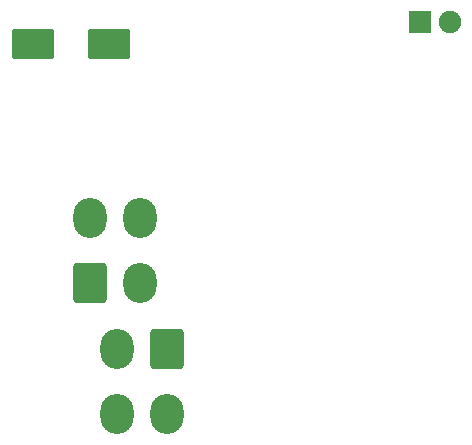
<source format=gbr>
%TF.GenerationSoftware,KiCad,Pcbnew,(6.0.9)*%
%TF.CreationDate,2023-04-01T14:10:47-08:00*%
%TF.ProjectId,LANDING GEAR PANEL,4c414e44-494e-4472-9047-454152205041,3*%
%TF.SameCoordinates,Original*%
%TF.FileFunction,Soldermask,Bot*%
%TF.FilePolarity,Negative*%
%FSLAX46Y46*%
G04 Gerber Fmt 4.6, Leading zero omitted, Abs format (unit mm)*
G04 Created by KiCad (PCBNEW (6.0.9)) date 2023-04-01 14:10:47*
%MOMM*%
%LPD*%
G01*
G04 APERTURE LIST*
G04 Aperture macros list*
%AMRoundRect*
0 Rectangle with rounded corners*
0 $1 Rounding radius*
0 $2 $3 $4 $5 $6 $7 $8 $9 X,Y pos of 4 corners*
0 Add a 4 corners polygon primitive as box body*
4,1,4,$2,$3,$4,$5,$6,$7,$8,$9,$2,$3,0*
0 Add four circle primitives for the rounded corners*
1,1,$1+$1,$2,$3*
1,1,$1+$1,$4,$5*
1,1,$1+$1,$6,$7*
1,1,$1+$1,$8,$9*
0 Add four rect primitives between the rounded corners*
20,1,$1+$1,$2,$3,$4,$5,0*
20,1,$1+$1,$4,$5,$6,$7,0*
20,1,$1+$1,$6,$7,$8,$9,0*
20,1,$1+$1,$8,$9,$2,$3,0*%
G04 Aperture macros list end*
%ADD10RoundRect,0.300000X-1.500000X-1.000000X1.500000X-1.000000X1.500000X1.000000X-1.500000X1.000000X0*%
%ADD11RoundRect,0.300001X1.099999X1.399999X-1.099999X1.399999X-1.099999X-1.399999X1.099999X-1.399999X0*%
%ADD12O,2.800000X3.400000*%
%ADD13RoundRect,0.050000X-0.900000X-0.900000X0.900000X-0.900000X0.900000X0.900000X-0.900000X0.900000X0*%
%ADD14C,1.900000*%
%ADD15RoundRect,0.300001X-1.099999X-1.399999X1.099999X-1.399999X1.099999X1.399999X-1.099999X1.399999X0*%
G04 APERTURE END LIST*
D10*
%TO.C,C1*%
X76353600Y-50774600D03*
X82853600Y-50774600D03*
%TD*%
D11*
%TO.C,J1*%
X87700000Y-76650000D03*
D12*
X83500000Y-76650000D03*
X87700000Y-82150000D03*
X83500000Y-82150000D03*
%TD*%
D13*
%TO.C,D24*%
X109144000Y-48920400D03*
D14*
X111684000Y-48920400D03*
%TD*%
D15*
%TO.C,J2*%
X81250000Y-71000000D03*
D12*
X85450000Y-71000000D03*
X81250000Y-65500000D03*
X85450000Y-65500000D03*
%TD*%
M02*

</source>
